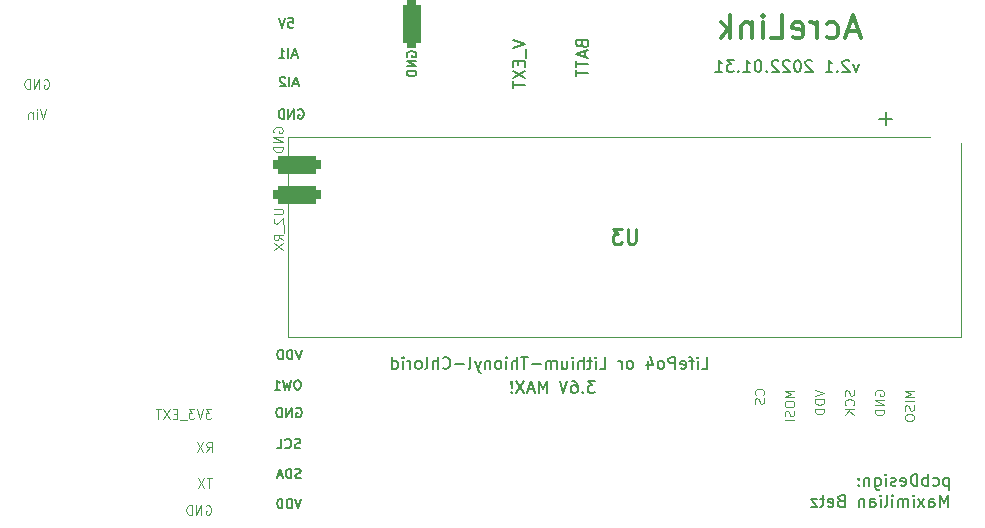
<source format=gbo>
G04 #@! TF.GenerationSoftware,KiCad,Pcbnew,(6.0.0)*
G04 #@! TF.CreationDate,2022-01-31T09:48:03+01:00*
G04 #@! TF.ProjectId,lora,6c6f7261-2e6b-4696-9361-645f70636258,v2.0*
G04 #@! TF.SameCoordinates,Original*
G04 #@! TF.FileFunction,Legend,Bot*
G04 #@! TF.FilePolarity,Positive*
%FSLAX46Y46*%
G04 Gerber Fmt 4.6, Leading zero omitted, Abs format (unit mm)*
G04 Created by KiCad (PCBNEW (6.0.0)) date 2022-01-31 09:48:03*
%MOMM*%
%LPD*%
G01*
G04 APERTURE LIST*
G04 Aperture macros list*
%AMRoundRect*
0 Rectangle with rounded corners*
0 $1 Rounding radius*
0 $2 $3 $4 $5 $6 $7 $8 $9 X,Y pos of 4 corners*
0 Add a 4 corners polygon primitive as box body*
4,1,4,$2,$3,$4,$5,$6,$7,$8,$9,$2,$3,0*
0 Add four circle primitives for the rounded corners*
1,1,$1+$1,$2,$3*
1,1,$1+$1,$4,$5*
1,1,$1+$1,$6,$7*
1,1,$1+$1,$8,$9*
0 Add four rect primitives between the rounded corners*
20,1,$1+$1,$2,$3,$4,$5,0*
20,1,$1+$1,$4,$5,$6,$7,0*
20,1,$1+$1,$6,$7,$8,$9,0*
20,1,$1+$1,$8,$9,$2,$3,0*%
G04 Aperture macros list end*
%ADD10C,0.120000*%
%ADD11C,0.150000*%
%ADD12C,0.300000*%
%ADD13C,0.200000*%
%ADD14C,0.254000*%
%ADD15C,0.100000*%
%ADD16R,1.700000X1.700000*%
%ADD17O,1.700000X1.700000*%
%ADD18R,2.100000X2.100000*%
%ADD19C,2.100000*%
%ADD20RoundRect,0.381000X-1.619000X-0.381000X1.619000X-0.381000X1.619000X0.381000X-1.619000X0.381000X0*%
%ADD21R,4.190000X2.665000*%
%ADD22C,0.650000*%
%ADD23O,2.100000X1.000000*%
%ADD24O,1.600000X1.000000*%
%ADD25RoundRect,0.381000X0.381000X-1.619000X0.381000X1.619000X-0.381000X1.619000X-0.381000X-1.619000X0*%
%ADD26C,0.900000*%
%ADD27C,1.530000*%
%ADD28C,3.960000*%
G04 APERTURE END LIST*
D10*
X211613714Y-125596666D02*
X211651809Y-125558571D01*
X211689904Y-125444285D01*
X211689904Y-125368095D01*
X211651809Y-125253809D01*
X211575619Y-125177619D01*
X211499428Y-125139523D01*
X211347047Y-125101428D01*
X211232761Y-125101428D01*
X211080380Y-125139523D01*
X211004190Y-125177619D01*
X210928000Y-125253809D01*
X210889904Y-125368095D01*
X210889904Y-125444285D01*
X210928000Y-125558571D01*
X210966095Y-125596666D01*
X211651809Y-125901428D02*
X211689904Y-126015714D01*
X211689904Y-126206190D01*
X211651809Y-126282380D01*
X211613714Y-126320476D01*
X211537523Y-126358571D01*
X211461333Y-126358571D01*
X211385142Y-126320476D01*
X211347047Y-126282380D01*
X211308952Y-126206190D01*
X211270857Y-126053809D01*
X211232761Y-125977619D01*
X211194666Y-125939523D01*
X211118476Y-125901428D01*
X211042285Y-125901428D01*
X210966095Y-125939523D01*
X210928000Y-125977619D01*
X210889904Y-126053809D01*
X210889904Y-126244285D01*
X210928000Y-126358571D01*
X214229904Y-125234857D02*
X213429904Y-125234857D01*
X214001333Y-125501523D01*
X213429904Y-125768190D01*
X214229904Y-125768190D01*
X213429904Y-126301523D02*
X213429904Y-126453904D01*
X213468000Y-126530095D01*
X213544190Y-126606285D01*
X213696571Y-126644380D01*
X213963238Y-126644380D01*
X214115619Y-126606285D01*
X214191809Y-126530095D01*
X214229904Y-126453904D01*
X214229904Y-126301523D01*
X214191809Y-126225333D01*
X214115619Y-126149142D01*
X213963238Y-126111047D01*
X213696571Y-126111047D01*
X213544190Y-126149142D01*
X213468000Y-126225333D01*
X213429904Y-126301523D01*
X214191809Y-126949142D02*
X214229904Y-127063428D01*
X214229904Y-127253904D01*
X214191809Y-127330095D01*
X214153714Y-127368190D01*
X214077523Y-127406285D01*
X214001333Y-127406285D01*
X213925142Y-127368190D01*
X213887047Y-127330095D01*
X213848952Y-127253904D01*
X213810857Y-127101523D01*
X213772761Y-127025333D01*
X213734666Y-126987238D01*
X213658476Y-126949142D01*
X213582285Y-126949142D01*
X213506095Y-126987238D01*
X213468000Y-127025333D01*
X213429904Y-127101523D01*
X213429904Y-127292000D01*
X213468000Y-127406285D01*
X214229904Y-127749142D02*
X213429904Y-127749142D01*
X215969904Y-125171333D02*
X216769904Y-125438000D01*
X215969904Y-125704666D01*
X216769904Y-125971333D02*
X215969904Y-125971333D01*
X215969904Y-126161809D01*
X216008000Y-126276095D01*
X216084190Y-126352285D01*
X216160380Y-126390380D01*
X216312761Y-126428476D01*
X216427047Y-126428476D01*
X216579428Y-126390380D01*
X216655619Y-126352285D01*
X216731809Y-126276095D01*
X216769904Y-126161809D01*
X216769904Y-125971333D01*
X216769904Y-126771333D02*
X215969904Y-126771333D01*
X215969904Y-126961809D01*
X216008000Y-127076095D01*
X216084190Y-127152285D01*
X216160380Y-127190380D01*
X216312761Y-127228476D01*
X216427047Y-127228476D01*
X216579428Y-127190380D01*
X216655619Y-127152285D01*
X216731809Y-127076095D01*
X216769904Y-126961809D01*
X216769904Y-126771333D01*
X219271809Y-125209428D02*
X219309904Y-125323714D01*
X219309904Y-125514190D01*
X219271809Y-125590380D01*
X219233714Y-125628476D01*
X219157523Y-125666571D01*
X219081333Y-125666571D01*
X219005142Y-125628476D01*
X218967047Y-125590380D01*
X218928952Y-125514190D01*
X218890857Y-125361809D01*
X218852761Y-125285619D01*
X218814666Y-125247523D01*
X218738476Y-125209428D01*
X218662285Y-125209428D01*
X218586095Y-125247523D01*
X218548000Y-125285619D01*
X218509904Y-125361809D01*
X218509904Y-125552285D01*
X218548000Y-125666571D01*
X219233714Y-126466571D02*
X219271809Y-126428476D01*
X219309904Y-126314190D01*
X219309904Y-126238000D01*
X219271809Y-126123714D01*
X219195619Y-126047523D01*
X219119428Y-126009428D01*
X218967047Y-125971333D01*
X218852761Y-125971333D01*
X218700380Y-126009428D01*
X218624190Y-126047523D01*
X218548000Y-126123714D01*
X218509904Y-126238000D01*
X218509904Y-126314190D01*
X218548000Y-126428476D01*
X218586095Y-126466571D01*
X219309904Y-126809428D02*
X218509904Y-126809428D01*
X219309904Y-127266571D02*
X218852761Y-126923714D01*
X218509904Y-127266571D02*
X218967047Y-126809428D01*
X221088000Y-125628476D02*
X221049904Y-125552285D01*
X221049904Y-125438000D01*
X221088000Y-125323714D01*
X221164190Y-125247523D01*
X221240380Y-125209428D01*
X221392761Y-125171333D01*
X221507047Y-125171333D01*
X221659428Y-125209428D01*
X221735619Y-125247523D01*
X221811809Y-125323714D01*
X221849904Y-125438000D01*
X221849904Y-125514190D01*
X221811809Y-125628476D01*
X221773714Y-125666571D01*
X221507047Y-125666571D01*
X221507047Y-125514190D01*
X221849904Y-126009428D02*
X221049904Y-126009428D01*
X221849904Y-126466571D01*
X221049904Y-126466571D01*
X221849904Y-126847523D02*
X221049904Y-126847523D01*
X221049904Y-127038000D01*
X221088000Y-127152285D01*
X221164190Y-127228476D01*
X221240380Y-127266571D01*
X221392761Y-127304666D01*
X221507047Y-127304666D01*
X221659428Y-127266571D01*
X221735619Y-127228476D01*
X221811809Y-127152285D01*
X221849904Y-127038000D01*
X221849904Y-126847523D01*
X224389904Y-125234857D02*
X223589904Y-125234857D01*
X224161333Y-125501523D01*
X223589904Y-125768190D01*
X224389904Y-125768190D01*
X224389904Y-126149142D02*
X223589904Y-126149142D01*
X224351809Y-126492000D02*
X224389904Y-126606285D01*
X224389904Y-126796761D01*
X224351809Y-126872952D01*
X224313714Y-126911047D01*
X224237523Y-126949142D01*
X224161333Y-126949142D01*
X224085142Y-126911047D01*
X224047047Y-126872952D01*
X224008952Y-126796761D01*
X223970857Y-126644380D01*
X223932761Y-126568190D01*
X223894666Y-126530095D01*
X223818476Y-126492000D01*
X223742285Y-126492000D01*
X223666095Y-126530095D01*
X223628000Y-126568190D01*
X223589904Y-126644380D01*
X223589904Y-126834857D01*
X223628000Y-126949142D01*
X223589904Y-127444380D02*
X223589904Y-127596761D01*
X223628000Y-127672952D01*
X223704190Y-127749142D01*
X223856571Y-127787238D01*
X224123238Y-127787238D01*
X224275619Y-127749142D01*
X224351809Y-127672952D01*
X224389904Y-127596761D01*
X224389904Y-127444380D01*
X224351809Y-127368190D01*
X224275619Y-127292000D01*
X224123238Y-127253904D01*
X223856571Y-127253904D01*
X223704190Y-127292000D01*
X223628000Y-127368190D01*
X223589904Y-127444380D01*
D11*
X197373428Y-124420380D02*
X196754380Y-124420380D01*
X197087714Y-124801333D01*
X196944857Y-124801333D01*
X196849619Y-124848952D01*
X196802000Y-124896571D01*
X196754380Y-124991809D01*
X196754380Y-125229904D01*
X196802000Y-125325142D01*
X196849619Y-125372761D01*
X196944857Y-125420380D01*
X197230571Y-125420380D01*
X197325809Y-125372761D01*
X197373428Y-125325142D01*
X196325809Y-125325142D02*
X196278190Y-125372761D01*
X196325809Y-125420380D01*
X196373428Y-125372761D01*
X196325809Y-125325142D01*
X196325809Y-125420380D01*
X195421047Y-124420380D02*
X195611523Y-124420380D01*
X195706761Y-124468000D01*
X195754380Y-124515619D01*
X195849619Y-124658476D01*
X195897238Y-124848952D01*
X195897238Y-125229904D01*
X195849619Y-125325142D01*
X195802000Y-125372761D01*
X195706761Y-125420380D01*
X195516285Y-125420380D01*
X195421047Y-125372761D01*
X195373428Y-125325142D01*
X195325809Y-125229904D01*
X195325809Y-124991809D01*
X195373428Y-124896571D01*
X195421047Y-124848952D01*
X195516285Y-124801333D01*
X195706761Y-124801333D01*
X195802000Y-124848952D01*
X195849619Y-124896571D01*
X195897238Y-124991809D01*
X195040095Y-124420380D02*
X194706761Y-125420380D01*
X194373428Y-124420380D01*
X193278190Y-125420380D02*
X193278190Y-124420380D01*
X192944857Y-125134666D01*
X192611523Y-124420380D01*
X192611523Y-125420380D01*
X192182952Y-125134666D02*
X191706761Y-125134666D01*
X192278190Y-125420380D02*
X191944857Y-124420380D01*
X191611523Y-125420380D01*
X191373428Y-124420380D02*
X190706761Y-125420380D01*
X190706761Y-124420380D02*
X191373428Y-125420380D01*
X190325809Y-125325142D02*
X190278190Y-125372761D01*
X190325809Y-125420380D01*
X190373428Y-125372761D01*
X190325809Y-125325142D01*
X190325809Y-125420380D01*
X190325809Y-125039428D02*
X190373428Y-124468000D01*
X190325809Y-124420380D01*
X190278190Y-124468000D01*
X190325809Y-125039428D01*
X190325809Y-124420380D01*
X171424580Y-93694304D02*
X171805533Y-93694304D01*
X171843628Y-94075257D01*
X171805533Y-94037161D01*
X171729342Y-93999066D01*
X171538866Y-93999066D01*
X171462676Y-94037161D01*
X171424580Y-94075257D01*
X171386485Y-94151447D01*
X171386485Y-94341923D01*
X171424580Y-94418114D01*
X171462676Y-94456209D01*
X171538866Y-94494304D01*
X171729342Y-94494304D01*
X171805533Y-94456209D01*
X171843628Y-94418114D01*
X171157914Y-93694304D02*
X170891247Y-94494304D01*
X170624580Y-93694304D01*
D10*
X164902857Y-126815904D02*
X164407619Y-126815904D01*
X164674285Y-127120666D01*
X164560000Y-127120666D01*
X164483809Y-127158761D01*
X164445714Y-127196857D01*
X164407619Y-127273047D01*
X164407619Y-127463523D01*
X164445714Y-127539714D01*
X164483809Y-127577809D01*
X164560000Y-127615904D01*
X164788571Y-127615904D01*
X164864761Y-127577809D01*
X164902857Y-127539714D01*
X164179047Y-126815904D02*
X163912380Y-127615904D01*
X163645714Y-126815904D01*
X163455238Y-126815904D02*
X162960000Y-126815904D01*
X163226666Y-127120666D01*
X163112380Y-127120666D01*
X163036190Y-127158761D01*
X162998095Y-127196857D01*
X162960000Y-127273047D01*
X162960000Y-127463523D01*
X162998095Y-127539714D01*
X163036190Y-127577809D01*
X163112380Y-127615904D01*
X163340952Y-127615904D01*
X163417142Y-127577809D01*
X163455238Y-127539714D01*
X162807619Y-127692095D02*
X162198095Y-127692095D01*
X162007619Y-127196857D02*
X161740952Y-127196857D01*
X161626666Y-127615904D02*
X162007619Y-127615904D01*
X162007619Y-126815904D01*
X161626666Y-126815904D01*
X161360000Y-126815904D02*
X160826666Y-127615904D01*
X160826666Y-126815904D02*
X161360000Y-127615904D01*
X160636190Y-126815904D02*
X160179047Y-126815904D01*
X160407619Y-127615904D02*
X160407619Y-126815904D01*
D11*
X172211904Y-99244133D02*
X171830952Y-99244133D01*
X172288095Y-99472704D02*
X172021428Y-98672704D01*
X171754761Y-99472704D01*
X171488095Y-99472704D02*
X171488095Y-98672704D01*
X171145238Y-98748895D02*
X171107142Y-98710800D01*
X171030952Y-98672704D01*
X170840476Y-98672704D01*
X170764285Y-98710800D01*
X170726190Y-98748895D01*
X170688095Y-98825085D01*
X170688095Y-98901276D01*
X170726190Y-99015561D01*
X171183333Y-99472704D01*
X170688095Y-99472704D01*
X190409580Y-95562990D02*
X191409580Y-95896323D01*
X190409580Y-96229657D01*
X191504819Y-96324895D02*
X191504819Y-97086800D01*
X190885771Y-97324895D02*
X190885771Y-97658228D01*
X191409580Y-97801085D02*
X191409580Y-97324895D01*
X190409580Y-97324895D01*
X190409580Y-97801085D01*
X190409580Y-98134419D02*
X191409580Y-98801085D01*
X190409580Y-98801085D02*
X191409580Y-98134419D01*
X190409580Y-99039180D02*
X190409580Y-99610609D01*
X191409580Y-99324895D02*
X190409580Y-99324895D01*
X172135704Y-96831133D02*
X171754752Y-96831133D01*
X172211895Y-97059704D02*
X171945228Y-96259704D01*
X171678561Y-97059704D01*
X171411895Y-97059704D02*
X171411895Y-96259704D01*
X170611895Y-97059704D02*
X171069038Y-97059704D01*
X170840466Y-97059704D02*
X170840466Y-96259704D01*
X170916657Y-96373990D01*
X170992847Y-96450180D01*
X171069038Y-96488276D01*
D10*
X170173704Y-109836161D02*
X170821323Y-109836161D01*
X170897514Y-109874257D01*
X170935609Y-109912352D01*
X170973704Y-109988542D01*
X170973704Y-110140923D01*
X170935609Y-110217114D01*
X170897514Y-110255209D01*
X170821323Y-110293304D01*
X170173704Y-110293304D01*
X170249895Y-110636161D02*
X170211800Y-110674257D01*
X170173704Y-110750447D01*
X170173704Y-110940923D01*
X170211800Y-111017114D01*
X170249895Y-111055209D01*
X170326085Y-111093304D01*
X170402276Y-111093304D01*
X170516561Y-111055209D01*
X170973704Y-110598066D01*
X170973704Y-111093304D01*
X171049895Y-111245685D02*
X171049895Y-111855209D01*
X170973704Y-112502828D02*
X170592752Y-112236161D01*
X170973704Y-112045685D02*
X170173704Y-112045685D01*
X170173704Y-112350447D01*
X170211800Y-112426638D01*
X170249895Y-112464733D01*
X170326085Y-112502828D01*
X170440371Y-112502828D01*
X170516561Y-112464733D01*
X170554657Y-112426638D01*
X170592752Y-112350447D01*
X170592752Y-112045685D01*
X170173704Y-112769495D02*
X170973704Y-113302828D01*
X170173704Y-113302828D02*
X170973704Y-112769495D01*
D11*
X172402380Y-130092409D02*
X172288095Y-130130504D01*
X172097619Y-130130504D01*
X172021428Y-130092409D01*
X171983333Y-130054314D01*
X171945238Y-129978123D01*
X171945238Y-129901933D01*
X171983333Y-129825742D01*
X172021428Y-129787647D01*
X172097619Y-129749552D01*
X172250000Y-129711457D01*
X172326190Y-129673361D01*
X172364285Y-129635266D01*
X172402380Y-129559076D01*
X172402380Y-129482885D01*
X172364285Y-129406695D01*
X172326190Y-129368600D01*
X172250000Y-129330504D01*
X172059523Y-129330504D01*
X171945238Y-129368600D01*
X171145238Y-130054314D02*
X171183333Y-130092409D01*
X171297619Y-130130504D01*
X171373809Y-130130504D01*
X171488095Y-130092409D01*
X171564285Y-130016219D01*
X171602380Y-129940028D01*
X171640476Y-129787647D01*
X171640476Y-129673361D01*
X171602380Y-129520980D01*
X171564285Y-129444790D01*
X171488095Y-129368600D01*
X171373809Y-129330504D01*
X171297619Y-129330504D01*
X171183333Y-129368600D01*
X171145238Y-129406695D01*
X170421428Y-130130504D02*
X170802380Y-130130504D01*
X170802380Y-129330504D01*
D10*
X150723523Y-98914000D02*
X150799714Y-98875904D01*
X150914000Y-98875904D01*
X151028285Y-98914000D01*
X151104476Y-98990190D01*
X151142571Y-99066380D01*
X151180666Y-99218761D01*
X151180666Y-99333047D01*
X151142571Y-99485428D01*
X151104476Y-99561619D01*
X151028285Y-99637809D01*
X150914000Y-99675904D01*
X150837809Y-99675904D01*
X150723523Y-99637809D01*
X150685428Y-99599714D01*
X150685428Y-99333047D01*
X150837809Y-99333047D01*
X150342571Y-99675904D02*
X150342571Y-98875904D01*
X149885428Y-99675904D01*
X149885428Y-98875904D01*
X149504476Y-99675904D02*
X149504476Y-98875904D01*
X149314000Y-98875904D01*
X149199714Y-98914000D01*
X149123523Y-98990190D01*
X149085428Y-99066380D01*
X149047333Y-99218761D01*
X149047333Y-99333047D01*
X149085428Y-99485428D01*
X149123523Y-99561619D01*
X149199714Y-99637809D01*
X149314000Y-99675904D01*
X149504476Y-99675904D01*
D11*
X172542066Y-121786704D02*
X172275400Y-122586704D01*
X172008733Y-121786704D01*
X171742066Y-122586704D02*
X171742066Y-121786704D01*
X171551590Y-121786704D01*
X171437304Y-121824800D01*
X171361114Y-121900990D01*
X171323019Y-121977180D01*
X171284923Y-122129561D01*
X171284923Y-122243847D01*
X171323019Y-122396228D01*
X171361114Y-122472419D01*
X171437304Y-122548609D01*
X171551590Y-122586704D01*
X171742066Y-122586704D01*
X170942066Y-122586704D02*
X170942066Y-121786704D01*
X170751590Y-121786704D01*
X170637304Y-121824800D01*
X170561114Y-121900990D01*
X170523019Y-121977180D01*
X170484923Y-122129561D01*
X170484923Y-122243847D01*
X170523019Y-122396228D01*
X170561114Y-122472419D01*
X170637304Y-122548609D01*
X170751590Y-122586704D01*
X170942066Y-122586704D01*
X227329523Y-132627714D02*
X227329523Y-133627714D01*
X227329523Y-132675333D02*
X227234285Y-132627714D01*
X227043809Y-132627714D01*
X226948571Y-132675333D01*
X226900952Y-132722952D01*
X226853333Y-132818190D01*
X226853333Y-133103904D01*
X226900952Y-133199142D01*
X226948571Y-133246761D01*
X227043809Y-133294380D01*
X227234285Y-133294380D01*
X227329523Y-133246761D01*
X225996190Y-133246761D02*
X226091428Y-133294380D01*
X226281904Y-133294380D01*
X226377142Y-133246761D01*
X226424761Y-133199142D01*
X226472380Y-133103904D01*
X226472380Y-132818190D01*
X226424761Y-132722952D01*
X226377142Y-132675333D01*
X226281904Y-132627714D01*
X226091428Y-132627714D01*
X225996190Y-132675333D01*
X225567619Y-133294380D02*
X225567619Y-132294380D01*
X225567619Y-132675333D02*
X225472380Y-132627714D01*
X225281904Y-132627714D01*
X225186666Y-132675333D01*
X225139047Y-132722952D01*
X225091428Y-132818190D01*
X225091428Y-133103904D01*
X225139047Y-133199142D01*
X225186666Y-133246761D01*
X225281904Y-133294380D01*
X225472380Y-133294380D01*
X225567619Y-133246761D01*
X224662857Y-133294380D02*
X224662857Y-132294380D01*
X224424761Y-132294380D01*
X224281904Y-132342000D01*
X224186666Y-132437238D01*
X224139047Y-132532476D01*
X224091428Y-132722952D01*
X224091428Y-132865809D01*
X224139047Y-133056285D01*
X224186666Y-133151523D01*
X224281904Y-133246761D01*
X224424761Y-133294380D01*
X224662857Y-133294380D01*
X223281904Y-133246761D02*
X223377142Y-133294380D01*
X223567619Y-133294380D01*
X223662857Y-133246761D01*
X223710476Y-133151523D01*
X223710476Y-132770571D01*
X223662857Y-132675333D01*
X223567619Y-132627714D01*
X223377142Y-132627714D01*
X223281904Y-132675333D01*
X223234285Y-132770571D01*
X223234285Y-132865809D01*
X223710476Y-132961047D01*
X222853333Y-133246761D02*
X222758095Y-133294380D01*
X222567619Y-133294380D01*
X222472380Y-133246761D01*
X222424761Y-133151523D01*
X222424761Y-133103904D01*
X222472380Y-133008666D01*
X222567619Y-132961047D01*
X222710476Y-132961047D01*
X222805714Y-132913428D01*
X222853333Y-132818190D01*
X222853333Y-132770571D01*
X222805714Y-132675333D01*
X222710476Y-132627714D01*
X222567619Y-132627714D01*
X222472380Y-132675333D01*
X221996190Y-133294380D02*
X221996190Y-132627714D01*
X221996190Y-132294380D02*
X222043809Y-132342000D01*
X221996190Y-132389619D01*
X221948571Y-132342000D01*
X221996190Y-132294380D01*
X221996190Y-132389619D01*
X221091428Y-132627714D02*
X221091428Y-133437238D01*
X221139047Y-133532476D01*
X221186666Y-133580095D01*
X221281904Y-133627714D01*
X221424761Y-133627714D01*
X221520000Y-133580095D01*
X221091428Y-133246761D02*
X221186666Y-133294380D01*
X221377142Y-133294380D01*
X221472380Y-133246761D01*
X221520000Y-133199142D01*
X221567619Y-133103904D01*
X221567619Y-132818190D01*
X221520000Y-132722952D01*
X221472380Y-132675333D01*
X221377142Y-132627714D01*
X221186666Y-132627714D01*
X221091428Y-132675333D01*
X220615238Y-132627714D02*
X220615238Y-133294380D01*
X220615238Y-132722952D02*
X220567619Y-132675333D01*
X220472380Y-132627714D01*
X220329523Y-132627714D01*
X220234285Y-132675333D01*
X220186666Y-132770571D01*
X220186666Y-133294380D01*
X219710476Y-133199142D02*
X219662857Y-133246761D01*
X219710476Y-133294380D01*
X219758095Y-133246761D01*
X219710476Y-133199142D01*
X219710476Y-133294380D01*
X219710476Y-132675333D02*
X219662857Y-132722952D01*
X219710476Y-132770571D01*
X219758095Y-132722952D01*
X219710476Y-132675333D01*
X219710476Y-132770571D01*
D10*
X170186400Y-103378076D02*
X170148304Y-103301885D01*
X170148304Y-103187600D01*
X170186400Y-103073314D01*
X170262590Y-102997123D01*
X170338780Y-102959028D01*
X170491161Y-102920933D01*
X170605447Y-102920933D01*
X170757828Y-102959028D01*
X170834019Y-102997123D01*
X170910209Y-103073314D01*
X170948304Y-103187600D01*
X170948304Y-103263790D01*
X170910209Y-103378076D01*
X170872114Y-103416171D01*
X170605447Y-103416171D01*
X170605447Y-103263790D01*
X170948304Y-103759028D02*
X170148304Y-103759028D01*
X170948304Y-104216171D01*
X170148304Y-104216171D01*
X170948304Y-104597123D02*
X170148304Y-104597123D01*
X170148304Y-104787600D01*
X170186400Y-104901885D01*
X170262590Y-104978076D01*
X170338780Y-105016171D01*
X170491161Y-105054266D01*
X170605447Y-105054266D01*
X170757828Y-105016171D01*
X170834019Y-104978076D01*
X170910209Y-104901885D01*
X170948304Y-104787600D01*
X170948304Y-104597123D01*
D11*
X172446828Y-132607009D02*
X172332542Y-132645104D01*
X172142066Y-132645104D01*
X172065876Y-132607009D01*
X172027780Y-132568914D01*
X171989685Y-132492723D01*
X171989685Y-132416533D01*
X172027780Y-132340342D01*
X172065876Y-132302247D01*
X172142066Y-132264152D01*
X172294447Y-132226057D01*
X172370638Y-132187961D01*
X172408733Y-132149866D01*
X172446828Y-132073676D01*
X172446828Y-131997485D01*
X172408733Y-131921295D01*
X172370638Y-131883200D01*
X172294447Y-131845104D01*
X172103971Y-131845104D01*
X171989685Y-131883200D01*
X171646828Y-132645104D02*
X171646828Y-131845104D01*
X171456352Y-131845104D01*
X171342066Y-131883200D01*
X171265876Y-131959390D01*
X171227780Y-132035580D01*
X171189685Y-132187961D01*
X171189685Y-132302247D01*
X171227780Y-132454628D01*
X171265876Y-132530819D01*
X171342066Y-132607009D01*
X171456352Y-132645104D01*
X171646828Y-132645104D01*
X170884923Y-132416533D02*
X170503971Y-132416533D01*
X170961114Y-132645104D02*
X170694447Y-131845104D01*
X170427780Y-132645104D01*
D10*
X164947523Y-132657904D02*
X164490380Y-132657904D01*
X164718952Y-133457904D02*
X164718952Y-132657904D01*
X164299904Y-132657904D02*
X163766571Y-133457904D01*
X163766571Y-132657904D02*
X164299904Y-133457904D01*
D11*
X172084923Y-126727000D02*
X172161114Y-126688904D01*
X172275400Y-126688904D01*
X172389685Y-126727000D01*
X172465876Y-126803190D01*
X172503971Y-126879380D01*
X172542066Y-127031761D01*
X172542066Y-127146047D01*
X172503971Y-127298428D01*
X172465876Y-127374619D01*
X172389685Y-127450809D01*
X172275400Y-127488904D01*
X172199209Y-127488904D01*
X172084923Y-127450809D01*
X172046828Y-127412714D01*
X172046828Y-127146047D01*
X172199209Y-127146047D01*
X171703971Y-127488904D02*
X171703971Y-126688904D01*
X171246828Y-127488904D01*
X171246828Y-126688904D01*
X170865876Y-127488904D02*
X170865876Y-126688904D01*
X170675400Y-126688904D01*
X170561114Y-126727000D01*
X170484923Y-126803190D01*
X170446828Y-126879380D01*
X170408733Y-127031761D01*
X170408733Y-127146047D01*
X170446828Y-127298428D01*
X170484923Y-127374619D01*
X170561114Y-127450809D01*
X170675400Y-127488904D01*
X170865876Y-127488904D01*
X172516666Y-134410504D02*
X172250000Y-135210504D01*
X171983333Y-134410504D01*
X171716666Y-135210504D02*
X171716666Y-134410504D01*
X171526190Y-134410504D01*
X171411904Y-134448600D01*
X171335714Y-134524790D01*
X171297619Y-134600980D01*
X171259523Y-134753361D01*
X171259523Y-134867647D01*
X171297619Y-135020028D01*
X171335714Y-135096219D01*
X171411904Y-135172409D01*
X171526190Y-135210504D01*
X171716666Y-135210504D01*
X170916666Y-135210504D02*
X170916666Y-134410504D01*
X170726190Y-134410504D01*
X170611904Y-134448600D01*
X170535714Y-134524790D01*
X170497619Y-134600980D01*
X170459523Y-134753361D01*
X170459523Y-134867647D01*
X170497619Y-135020028D01*
X170535714Y-135096219D01*
X170611904Y-135172409D01*
X170726190Y-135210504D01*
X170916666Y-135210504D01*
D10*
X150933047Y-101415904D02*
X150666380Y-102215904D01*
X150399714Y-101415904D01*
X150133047Y-102215904D02*
X150133047Y-101682571D01*
X150133047Y-101415904D02*
X150171142Y-101454000D01*
X150133047Y-101492095D01*
X150094952Y-101454000D01*
X150133047Y-101415904D01*
X150133047Y-101492095D01*
X149752095Y-101682571D02*
X149752095Y-102215904D01*
X149752095Y-101758761D02*
X149714000Y-101720666D01*
X149637809Y-101682571D01*
X149523523Y-101682571D01*
X149447333Y-101720666D01*
X149409238Y-101796857D01*
X149409238Y-102215904D01*
D12*
X219677523Y-94821333D02*
X218725142Y-94821333D01*
X219868000Y-95392761D02*
X219201333Y-93392761D01*
X218534666Y-95392761D01*
X217010857Y-95297523D02*
X217201333Y-95392761D01*
X217582285Y-95392761D01*
X217772761Y-95297523D01*
X217868000Y-95202285D01*
X217963238Y-95011809D01*
X217963238Y-94440380D01*
X217868000Y-94249904D01*
X217772761Y-94154666D01*
X217582285Y-94059428D01*
X217201333Y-94059428D01*
X217010857Y-94154666D01*
X216153714Y-95392761D02*
X216153714Y-94059428D01*
X216153714Y-94440380D02*
X216058476Y-94249904D01*
X215963238Y-94154666D01*
X215772761Y-94059428D01*
X215582285Y-94059428D01*
X214153714Y-95297523D02*
X214344190Y-95392761D01*
X214725142Y-95392761D01*
X214915619Y-95297523D01*
X215010857Y-95107047D01*
X215010857Y-94345142D01*
X214915619Y-94154666D01*
X214725142Y-94059428D01*
X214344190Y-94059428D01*
X214153714Y-94154666D01*
X214058476Y-94345142D01*
X214058476Y-94535619D01*
X215010857Y-94726095D01*
X212248952Y-95392761D02*
X213201333Y-95392761D01*
X213201333Y-93392761D01*
X211582285Y-95392761D02*
X211582285Y-94059428D01*
X211582285Y-93392761D02*
X211677523Y-93488000D01*
X211582285Y-93583238D01*
X211487047Y-93488000D01*
X211582285Y-93392761D01*
X211582285Y-93583238D01*
X210629904Y-94059428D02*
X210629904Y-95392761D01*
X210629904Y-94249904D02*
X210534666Y-94154666D01*
X210344190Y-94059428D01*
X210058476Y-94059428D01*
X209868000Y-94154666D01*
X209772761Y-94345142D01*
X209772761Y-95392761D01*
X208820380Y-95392761D02*
X208820380Y-93392761D01*
X208629904Y-94630857D02*
X208058476Y-95392761D01*
X208058476Y-94059428D02*
X208820380Y-94821333D01*
D11*
X172262685Y-124352104D02*
X172110304Y-124352104D01*
X172034114Y-124390200D01*
X171957923Y-124466390D01*
X171919828Y-124618771D01*
X171919828Y-124885438D01*
X171957923Y-125037819D01*
X172034114Y-125114009D01*
X172110304Y-125152104D01*
X172262685Y-125152104D01*
X172338876Y-125114009D01*
X172415066Y-125037819D01*
X172453161Y-124885438D01*
X172453161Y-124618771D01*
X172415066Y-124466390D01*
X172338876Y-124390200D01*
X172262685Y-124352104D01*
X171653161Y-124352104D02*
X171462685Y-125152104D01*
X171310304Y-124580676D01*
X171157923Y-125152104D01*
X170967447Y-124352104D01*
X170243638Y-125152104D02*
X170700780Y-125152104D01*
X170472209Y-125152104D02*
X170472209Y-124352104D01*
X170548400Y-124466390D01*
X170624590Y-124542580D01*
X170700780Y-124580676D01*
X196270571Y-95908952D02*
X196318190Y-96051809D01*
X196365809Y-96099428D01*
X196461047Y-96147047D01*
X196603904Y-96147047D01*
X196699142Y-96099428D01*
X196746761Y-96051809D01*
X196794380Y-95956571D01*
X196794380Y-95575619D01*
X195794380Y-95575619D01*
X195794380Y-95908952D01*
X195842000Y-96004190D01*
X195889619Y-96051809D01*
X195984857Y-96099428D01*
X196080095Y-96099428D01*
X196175333Y-96051809D01*
X196222952Y-96004190D01*
X196270571Y-95908952D01*
X196270571Y-95575619D01*
X196508666Y-96528000D02*
X196508666Y-97004190D01*
X196794380Y-96432761D02*
X195794380Y-96766095D01*
X196794380Y-97099428D01*
X195794380Y-97289904D02*
X195794380Y-97861333D01*
X196794380Y-97575619D02*
X195794380Y-97575619D01*
X195794380Y-98051809D02*
X195794380Y-98623238D01*
X196794380Y-98337523D02*
X195794380Y-98337523D01*
D13*
X222529333Y-102208000D02*
X221462666Y-102208000D01*
X221996000Y-102741333D02*
X221996000Y-101674666D01*
X227226095Y-135072380D02*
X227226095Y-134072380D01*
X226892761Y-134786666D01*
X226559428Y-134072380D01*
X226559428Y-135072380D01*
X225654666Y-135072380D02*
X225654666Y-134548571D01*
X225702285Y-134453333D01*
X225797523Y-134405714D01*
X225988000Y-134405714D01*
X226083238Y-134453333D01*
X225654666Y-135024761D02*
X225749904Y-135072380D01*
X225988000Y-135072380D01*
X226083238Y-135024761D01*
X226130857Y-134929523D01*
X226130857Y-134834285D01*
X226083238Y-134739047D01*
X225988000Y-134691428D01*
X225749904Y-134691428D01*
X225654666Y-134643809D01*
X225273714Y-135072380D02*
X224749904Y-134405714D01*
X225273714Y-134405714D02*
X224749904Y-135072380D01*
X224368952Y-135072380D02*
X224368952Y-134405714D01*
X224368952Y-134072380D02*
X224416571Y-134120000D01*
X224368952Y-134167619D01*
X224321333Y-134120000D01*
X224368952Y-134072380D01*
X224368952Y-134167619D01*
X223892761Y-135072380D02*
X223892761Y-134405714D01*
X223892761Y-134500952D02*
X223845142Y-134453333D01*
X223749904Y-134405714D01*
X223607047Y-134405714D01*
X223511809Y-134453333D01*
X223464190Y-134548571D01*
X223464190Y-135072380D01*
X223464190Y-134548571D02*
X223416571Y-134453333D01*
X223321333Y-134405714D01*
X223178476Y-134405714D01*
X223083238Y-134453333D01*
X223035619Y-134548571D01*
X223035619Y-135072380D01*
X222559428Y-135072380D02*
X222559428Y-134405714D01*
X222559428Y-134072380D02*
X222607047Y-134120000D01*
X222559428Y-134167619D01*
X222511809Y-134120000D01*
X222559428Y-134072380D01*
X222559428Y-134167619D01*
X221940380Y-135072380D02*
X222035619Y-135024761D01*
X222083238Y-134929523D01*
X222083238Y-134072380D01*
X221559428Y-135072380D02*
X221559428Y-134405714D01*
X221559428Y-134072380D02*
X221607047Y-134120000D01*
X221559428Y-134167619D01*
X221511809Y-134120000D01*
X221559428Y-134072380D01*
X221559428Y-134167619D01*
X220654666Y-135072380D02*
X220654666Y-134548571D01*
X220702285Y-134453333D01*
X220797523Y-134405714D01*
X220988000Y-134405714D01*
X221083238Y-134453333D01*
X220654666Y-135024761D02*
X220749904Y-135072380D01*
X220988000Y-135072380D01*
X221083238Y-135024761D01*
X221130857Y-134929523D01*
X221130857Y-134834285D01*
X221083238Y-134739047D01*
X220988000Y-134691428D01*
X220749904Y-134691428D01*
X220654666Y-134643809D01*
X220178476Y-134405714D02*
X220178476Y-135072380D01*
X220178476Y-134500952D02*
X220130857Y-134453333D01*
X220035619Y-134405714D01*
X219892761Y-134405714D01*
X219797523Y-134453333D01*
X219749904Y-134548571D01*
X219749904Y-135072380D01*
X218178476Y-134548571D02*
X218035619Y-134596190D01*
X217988000Y-134643809D01*
X217940380Y-134739047D01*
X217940380Y-134881904D01*
X217988000Y-134977142D01*
X218035619Y-135024761D01*
X218130857Y-135072380D01*
X218511809Y-135072380D01*
X218511809Y-134072380D01*
X218178476Y-134072380D01*
X218083238Y-134120000D01*
X218035619Y-134167619D01*
X217988000Y-134262857D01*
X217988000Y-134358095D01*
X218035619Y-134453333D01*
X218083238Y-134500952D01*
X218178476Y-134548571D01*
X218511809Y-134548571D01*
X217130857Y-135024761D02*
X217226095Y-135072380D01*
X217416571Y-135072380D01*
X217511809Y-135024761D01*
X217559428Y-134929523D01*
X217559428Y-134548571D01*
X217511809Y-134453333D01*
X217416571Y-134405714D01*
X217226095Y-134405714D01*
X217130857Y-134453333D01*
X217083238Y-134548571D01*
X217083238Y-134643809D01*
X217559428Y-134739047D01*
X216797523Y-134405714D02*
X216416571Y-134405714D01*
X216654666Y-134072380D02*
X216654666Y-134929523D01*
X216607047Y-135024761D01*
X216511809Y-135072380D01*
X216416571Y-135072380D01*
X216178476Y-134405714D02*
X215654666Y-134405714D01*
X216178476Y-135072380D01*
X215654666Y-135072380D01*
D11*
X181464000Y-96951876D02*
X181425904Y-96875685D01*
X181425904Y-96761400D01*
X181464000Y-96647114D01*
X181540190Y-96570923D01*
X181616380Y-96532828D01*
X181768761Y-96494733D01*
X181883047Y-96494733D01*
X182035428Y-96532828D01*
X182111619Y-96570923D01*
X182187809Y-96647114D01*
X182225904Y-96761400D01*
X182225904Y-96837590D01*
X182187809Y-96951876D01*
X182149714Y-96989971D01*
X181883047Y-96989971D01*
X181883047Y-96837590D01*
X182225904Y-97332828D02*
X181425904Y-97332828D01*
X182225904Y-97789971D01*
X181425904Y-97789971D01*
X182225904Y-98170923D02*
X181425904Y-98170923D01*
X181425904Y-98361400D01*
X181464000Y-98475685D01*
X181540190Y-98551876D01*
X181616380Y-98589971D01*
X181768761Y-98628066D01*
X181883047Y-98628066D01*
X182035428Y-98589971D01*
X182111619Y-98551876D01*
X182187809Y-98475685D01*
X182225904Y-98361400D01*
X182225904Y-98170923D01*
X206405142Y-123388380D02*
X206881333Y-123388380D01*
X206881333Y-122388380D01*
X206071809Y-123388380D02*
X206071809Y-122721714D01*
X206071809Y-122388380D02*
X206119428Y-122436000D01*
X206071809Y-122483619D01*
X206024190Y-122436000D01*
X206071809Y-122388380D01*
X206071809Y-122483619D01*
X205738476Y-122721714D02*
X205357523Y-122721714D01*
X205595619Y-123388380D02*
X205595619Y-122531238D01*
X205548000Y-122436000D01*
X205452761Y-122388380D01*
X205357523Y-122388380D01*
X204643238Y-123340761D02*
X204738476Y-123388380D01*
X204928952Y-123388380D01*
X205024190Y-123340761D01*
X205071809Y-123245523D01*
X205071809Y-122864571D01*
X205024190Y-122769333D01*
X204928952Y-122721714D01*
X204738476Y-122721714D01*
X204643238Y-122769333D01*
X204595619Y-122864571D01*
X204595619Y-122959809D01*
X205071809Y-123055047D01*
X204167047Y-123388380D02*
X204167047Y-122388380D01*
X203786095Y-122388380D01*
X203690857Y-122436000D01*
X203643238Y-122483619D01*
X203595619Y-122578857D01*
X203595619Y-122721714D01*
X203643238Y-122816952D01*
X203690857Y-122864571D01*
X203786095Y-122912190D01*
X204167047Y-122912190D01*
X203024190Y-123388380D02*
X203119428Y-123340761D01*
X203167047Y-123293142D01*
X203214666Y-123197904D01*
X203214666Y-122912190D01*
X203167047Y-122816952D01*
X203119428Y-122769333D01*
X203024190Y-122721714D01*
X202881333Y-122721714D01*
X202786095Y-122769333D01*
X202738476Y-122816952D01*
X202690857Y-122912190D01*
X202690857Y-123197904D01*
X202738476Y-123293142D01*
X202786095Y-123340761D01*
X202881333Y-123388380D01*
X203024190Y-123388380D01*
X201833714Y-122721714D02*
X201833714Y-123388380D01*
X202071809Y-122340761D02*
X202309904Y-123055047D01*
X201690857Y-123055047D01*
X200405142Y-123388380D02*
X200500380Y-123340761D01*
X200548000Y-123293142D01*
X200595619Y-123197904D01*
X200595619Y-122912190D01*
X200548000Y-122816952D01*
X200500380Y-122769333D01*
X200405142Y-122721714D01*
X200262285Y-122721714D01*
X200167047Y-122769333D01*
X200119428Y-122816952D01*
X200071809Y-122912190D01*
X200071809Y-123197904D01*
X200119428Y-123293142D01*
X200167047Y-123340761D01*
X200262285Y-123388380D01*
X200405142Y-123388380D01*
X199643238Y-123388380D02*
X199643238Y-122721714D01*
X199643238Y-122912190D02*
X199595619Y-122816952D01*
X199548000Y-122769333D01*
X199452761Y-122721714D01*
X199357523Y-122721714D01*
X197786095Y-123388380D02*
X198262285Y-123388380D01*
X198262285Y-122388380D01*
X197452761Y-123388380D02*
X197452761Y-122721714D01*
X197452761Y-122388380D02*
X197500380Y-122436000D01*
X197452761Y-122483619D01*
X197405142Y-122436000D01*
X197452761Y-122388380D01*
X197452761Y-122483619D01*
X197119428Y-122721714D02*
X196738476Y-122721714D01*
X196976571Y-122388380D02*
X196976571Y-123245523D01*
X196928952Y-123340761D01*
X196833714Y-123388380D01*
X196738476Y-123388380D01*
X196405142Y-123388380D02*
X196405142Y-122388380D01*
X195976571Y-123388380D02*
X195976571Y-122864571D01*
X196024190Y-122769333D01*
X196119428Y-122721714D01*
X196262285Y-122721714D01*
X196357523Y-122769333D01*
X196405142Y-122816952D01*
X195500380Y-123388380D02*
X195500380Y-122721714D01*
X195500380Y-122388380D02*
X195548000Y-122436000D01*
X195500380Y-122483619D01*
X195452761Y-122436000D01*
X195500380Y-122388380D01*
X195500380Y-122483619D01*
X194595619Y-122721714D02*
X194595619Y-123388380D01*
X195024190Y-122721714D02*
X195024190Y-123245523D01*
X194976571Y-123340761D01*
X194881333Y-123388380D01*
X194738476Y-123388380D01*
X194643238Y-123340761D01*
X194595619Y-123293142D01*
X194119428Y-123388380D02*
X194119428Y-122721714D01*
X194119428Y-122816952D02*
X194071809Y-122769333D01*
X193976571Y-122721714D01*
X193833714Y-122721714D01*
X193738476Y-122769333D01*
X193690857Y-122864571D01*
X193690857Y-123388380D01*
X193690857Y-122864571D02*
X193643238Y-122769333D01*
X193548000Y-122721714D01*
X193405142Y-122721714D01*
X193309904Y-122769333D01*
X193262285Y-122864571D01*
X193262285Y-123388380D01*
X192786095Y-123007428D02*
X192024190Y-123007428D01*
X191690857Y-122388380D02*
X191119428Y-122388380D01*
X191405142Y-123388380D02*
X191405142Y-122388380D01*
X190786095Y-123388380D02*
X190786095Y-122388380D01*
X190357523Y-123388380D02*
X190357523Y-122864571D01*
X190405142Y-122769333D01*
X190500380Y-122721714D01*
X190643238Y-122721714D01*
X190738476Y-122769333D01*
X190786095Y-122816952D01*
X189881333Y-123388380D02*
X189881333Y-122721714D01*
X189881333Y-122388380D02*
X189928952Y-122436000D01*
X189881333Y-122483619D01*
X189833714Y-122436000D01*
X189881333Y-122388380D01*
X189881333Y-122483619D01*
X189262285Y-123388380D02*
X189357523Y-123340761D01*
X189405142Y-123293142D01*
X189452761Y-123197904D01*
X189452761Y-122912190D01*
X189405142Y-122816952D01*
X189357523Y-122769333D01*
X189262285Y-122721714D01*
X189119428Y-122721714D01*
X189024190Y-122769333D01*
X188976571Y-122816952D01*
X188928952Y-122912190D01*
X188928952Y-123197904D01*
X188976571Y-123293142D01*
X189024190Y-123340761D01*
X189119428Y-123388380D01*
X189262285Y-123388380D01*
X188500380Y-122721714D02*
X188500380Y-123388380D01*
X188500380Y-122816952D02*
X188452761Y-122769333D01*
X188357523Y-122721714D01*
X188214666Y-122721714D01*
X188119428Y-122769333D01*
X188071809Y-122864571D01*
X188071809Y-123388380D01*
X187690857Y-122721714D02*
X187452761Y-123388380D01*
X187214666Y-122721714D02*
X187452761Y-123388380D01*
X187548000Y-123626476D01*
X187595619Y-123674095D01*
X187690857Y-123721714D01*
X186690857Y-123388380D02*
X186786095Y-123340761D01*
X186833714Y-123245523D01*
X186833714Y-122388380D01*
X186309904Y-123007428D02*
X185548000Y-123007428D01*
X184500380Y-123293142D02*
X184548000Y-123340761D01*
X184690857Y-123388380D01*
X184786095Y-123388380D01*
X184928952Y-123340761D01*
X185024190Y-123245523D01*
X185071809Y-123150285D01*
X185119428Y-122959809D01*
X185119428Y-122816952D01*
X185071809Y-122626476D01*
X185024190Y-122531238D01*
X184928952Y-122436000D01*
X184786095Y-122388380D01*
X184690857Y-122388380D01*
X184548000Y-122436000D01*
X184500380Y-122483619D01*
X184071809Y-123388380D02*
X184071809Y-122388380D01*
X183643238Y-123388380D02*
X183643238Y-122864571D01*
X183690857Y-122769333D01*
X183786095Y-122721714D01*
X183928952Y-122721714D01*
X184024190Y-122769333D01*
X184071809Y-122816952D01*
X183024190Y-123388380D02*
X183119428Y-123340761D01*
X183167047Y-123245523D01*
X183167047Y-122388380D01*
X182500380Y-123388380D02*
X182595619Y-123340761D01*
X182643238Y-123293142D01*
X182690857Y-123197904D01*
X182690857Y-122912190D01*
X182643238Y-122816952D01*
X182595619Y-122769333D01*
X182500380Y-122721714D01*
X182357523Y-122721714D01*
X182262285Y-122769333D01*
X182214666Y-122816952D01*
X182167047Y-122912190D01*
X182167047Y-123197904D01*
X182214666Y-123293142D01*
X182262285Y-123340761D01*
X182357523Y-123388380D01*
X182500380Y-123388380D01*
X181738476Y-123388380D02*
X181738476Y-122721714D01*
X181738476Y-122912190D02*
X181690857Y-122816952D01*
X181643238Y-122769333D01*
X181548000Y-122721714D01*
X181452761Y-122721714D01*
X181119428Y-123388380D02*
X181119428Y-122721714D01*
X181119428Y-122388380D02*
X181167047Y-122436000D01*
X181119428Y-122483619D01*
X181071809Y-122436000D01*
X181119428Y-122388380D01*
X181119428Y-122483619D01*
X180214666Y-123388380D02*
X180214666Y-122388380D01*
X180214666Y-123340761D02*
X180309904Y-123388380D01*
X180500380Y-123388380D01*
X180595619Y-123340761D01*
X180643238Y-123293142D01*
X180690857Y-123197904D01*
X180690857Y-122912190D01*
X180643238Y-122816952D01*
X180595619Y-122769333D01*
X180500380Y-122721714D01*
X180309904Y-122721714D01*
X180214666Y-122769333D01*
D10*
X164439523Y-134982000D02*
X164515714Y-134943904D01*
X164630000Y-134943904D01*
X164744285Y-134982000D01*
X164820476Y-135058190D01*
X164858571Y-135134380D01*
X164896666Y-135286761D01*
X164896666Y-135401047D01*
X164858571Y-135553428D01*
X164820476Y-135629619D01*
X164744285Y-135705809D01*
X164630000Y-135743904D01*
X164553809Y-135743904D01*
X164439523Y-135705809D01*
X164401428Y-135667714D01*
X164401428Y-135401047D01*
X164553809Y-135401047D01*
X164058571Y-135743904D02*
X164058571Y-134943904D01*
X163601428Y-135743904D01*
X163601428Y-134943904D01*
X163220476Y-135743904D02*
X163220476Y-134943904D01*
X163030000Y-134943904D01*
X162915714Y-134982000D01*
X162839523Y-135058190D01*
X162801428Y-135134380D01*
X162763333Y-135286761D01*
X162763333Y-135401047D01*
X162801428Y-135553428D01*
X162839523Y-135629619D01*
X162915714Y-135705809D01*
X163030000Y-135743904D01*
X163220476Y-135743904D01*
X164471333Y-130409904D02*
X164738000Y-130028952D01*
X164928476Y-130409904D02*
X164928476Y-129609904D01*
X164623714Y-129609904D01*
X164547523Y-129648000D01*
X164509428Y-129686095D01*
X164471333Y-129762285D01*
X164471333Y-129876571D01*
X164509428Y-129952761D01*
X164547523Y-129990857D01*
X164623714Y-130028952D01*
X164928476Y-130028952D01*
X164204666Y-129609904D02*
X163671333Y-130409904D01*
X163671333Y-129609904D02*
X164204666Y-130409904D01*
D11*
X219709238Y-97575714D02*
X219471142Y-98242380D01*
X219233047Y-97575714D01*
X218899714Y-97337619D02*
X218852095Y-97290000D01*
X218756857Y-97242380D01*
X218518761Y-97242380D01*
X218423523Y-97290000D01*
X218375904Y-97337619D01*
X218328285Y-97432857D01*
X218328285Y-97528095D01*
X218375904Y-97670952D01*
X218947333Y-98242380D01*
X218328285Y-98242380D01*
X217899714Y-98147142D02*
X217852095Y-98194761D01*
X217899714Y-98242380D01*
X217947333Y-98194761D01*
X217899714Y-98147142D01*
X217899714Y-98242380D01*
X216899714Y-98242380D02*
X217471142Y-98242380D01*
X217185428Y-98242380D02*
X217185428Y-97242380D01*
X217280666Y-97385238D01*
X217375904Y-97480476D01*
X217471142Y-97528095D01*
X215756857Y-97337619D02*
X215709238Y-97290000D01*
X215614000Y-97242380D01*
X215375904Y-97242380D01*
X215280666Y-97290000D01*
X215233047Y-97337619D01*
X215185428Y-97432857D01*
X215185428Y-97528095D01*
X215233047Y-97670952D01*
X215804476Y-98242380D01*
X215185428Y-98242380D01*
X214566380Y-97242380D02*
X214471142Y-97242380D01*
X214375904Y-97290000D01*
X214328285Y-97337619D01*
X214280666Y-97432857D01*
X214233047Y-97623333D01*
X214233047Y-97861428D01*
X214280666Y-98051904D01*
X214328285Y-98147142D01*
X214375904Y-98194761D01*
X214471142Y-98242380D01*
X214566380Y-98242380D01*
X214661619Y-98194761D01*
X214709238Y-98147142D01*
X214756857Y-98051904D01*
X214804476Y-97861428D01*
X214804476Y-97623333D01*
X214756857Y-97432857D01*
X214709238Y-97337619D01*
X214661619Y-97290000D01*
X214566380Y-97242380D01*
X213852095Y-97337619D02*
X213804476Y-97290000D01*
X213709238Y-97242380D01*
X213471142Y-97242380D01*
X213375904Y-97290000D01*
X213328285Y-97337619D01*
X213280666Y-97432857D01*
X213280666Y-97528095D01*
X213328285Y-97670952D01*
X213899714Y-98242380D01*
X213280666Y-98242380D01*
X212899714Y-97337619D02*
X212852095Y-97290000D01*
X212756857Y-97242380D01*
X212518761Y-97242380D01*
X212423523Y-97290000D01*
X212375904Y-97337619D01*
X212328285Y-97432857D01*
X212328285Y-97528095D01*
X212375904Y-97670952D01*
X212947333Y-98242380D01*
X212328285Y-98242380D01*
X211899714Y-98147142D02*
X211852095Y-98194761D01*
X211899714Y-98242380D01*
X211947333Y-98194761D01*
X211899714Y-98147142D01*
X211899714Y-98242380D01*
X211233047Y-97242380D02*
X211137809Y-97242380D01*
X211042571Y-97290000D01*
X210994952Y-97337619D01*
X210947333Y-97432857D01*
X210899714Y-97623333D01*
X210899714Y-97861428D01*
X210947333Y-98051904D01*
X210994952Y-98147142D01*
X211042571Y-98194761D01*
X211137809Y-98242380D01*
X211233047Y-98242380D01*
X211328285Y-98194761D01*
X211375904Y-98147142D01*
X211423523Y-98051904D01*
X211471142Y-97861428D01*
X211471142Y-97623333D01*
X211423523Y-97432857D01*
X211375904Y-97337619D01*
X211328285Y-97290000D01*
X211233047Y-97242380D01*
X209947333Y-98242380D02*
X210518761Y-98242380D01*
X210233047Y-98242380D02*
X210233047Y-97242380D01*
X210328285Y-97385238D01*
X210423523Y-97480476D01*
X210518761Y-97528095D01*
X209518761Y-98147142D02*
X209471142Y-98194761D01*
X209518761Y-98242380D01*
X209566380Y-98194761D01*
X209518761Y-98147142D01*
X209518761Y-98242380D01*
X209137809Y-97242380D02*
X208518761Y-97242380D01*
X208852095Y-97623333D01*
X208709238Y-97623333D01*
X208614000Y-97670952D01*
X208566380Y-97718571D01*
X208518761Y-97813809D01*
X208518761Y-98051904D01*
X208566380Y-98147142D01*
X208614000Y-98194761D01*
X208709238Y-98242380D01*
X208994952Y-98242380D01*
X209090190Y-98194761D01*
X209137809Y-98147142D01*
X207566380Y-98242380D02*
X208137809Y-98242380D01*
X207852095Y-98242380D02*
X207852095Y-97242380D01*
X207947333Y-97385238D01*
X208042571Y-97480476D01*
X208137809Y-97528095D01*
X172262723Y-101454000D02*
X172338914Y-101415904D01*
X172453200Y-101415904D01*
X172567485Y-101454000D01*
X172643676Y-101530190D01*
X172681771Y-101606380D01*
X172719866Y-101758761D01*
X172719866Y-101873047D01*
X172681771Y-102025428D01*
X172643676Y-102101619D01*
X172567485Y-102177809D01*
X172453200Y-102215904D01*
X172377009Y-102215904D01*
X172262723Y-102177809D01*
X172224628Y-102139714D01*
X172224628Y-101873047D01*
X172377009Y-101873047D01*
X171881771Y-102215904D02*
X171881771Y-101415904D01*
X171424628Y-102215904D01*
X171424628Y-101415904D01*
X171043676Y-102215904D02*
X171043676Y-101415904D01*
X170853200Y-101415904D01*
X170738914Y-101454000D01*
X170662723Y-101530190D01*
X170624628Y-101606380D01*
X170586533Y-101758761D01*
X170586533Y-101873047D01*
X170624628Y-102025428D01*
X170662723Y-102101619D01*
X170738914Y-102177809D01*
X170853200Y-102215904D01*
X171043676Y-102215904D01*
D14*
X200865619Y-111521723D02*
X200865619Y-112549819D01*
X200805142Y-112670771D01*
X200744666Y-112731247D01*
X200623714Y-112791723D01*
X200381809Y-112791723D01*
X200260857Y-112731247D01*
X200200380Y-112670771D01*
X200139904Y-112549819D01*
X200139904Y-111521723D01*
X199656095Y-111521723D02*
X198869904Y-111521723D01*
X199293238Y-112005533D01*
X199111809Y-112005533D01*
X198990857Y-112066009D01*
X198930380Y-112126485D01*
X198869904Y-112247438D01*
X198869904Y-112549819D01*
X198930380Y-112670771D01*
X198990857Y-112731247D01*
X199111809Y-112791723D01*
X199474666Y-112791723D01*
X199595619Y-112731247D01*
X199656095Y-112670771D01*
D15*
X228398000Y-103772200D02*
X171398000Y-103772200D01*
X171398000Y-103772200D02*
X171398000Y-120662200D01*
X228398000Y-120662200D02*
X228398000Y-103772200D01*
X171398000Y-120662200D02*
X228398000Y-120662200D01*
%LPC*%
D16*
X226568000Y-123190000D03*
D17*
X224028000Y-123190000D03*
X221488000Y-123190000D03*
X218948000Y-123190000D03*
X216408000Y-123190000D03*
X213868000Y-123190000D03*
X211328000Y-123190000D03*
D16*
X212344000Y-130317000D03*
D17*
X212344000Y-132857000D03*
X212344000Y-135397000D03*
D18*
X152654000Y-99822000D03*
D19*
X152654000Y-102362000D03*
D20*
X172135800Y-108686600D03*
X172135800Y-106146600D03*
D21*
X227838000Y-96007500D03*
X227838000Y-102992500D03*
D22*
X155456000Y-126396000D03*
X155456000Y-132176000D03*
D23*
X155986000Y-124966000D03*
D24*
X151806000Y-124966000D03*
X151806000Y-133606000D03*
D23*
X155986000Y-133606000D03*
D25*
X181864000Y-94234000D03*
D16*
X166624000Y-127508000D03*
D17*
X166624000Y-130048000D03*
X166624000Y-132588000D03*
X166624000Y-135128000D03*
D18*
X173990000Y-122174000D03*
D19*
X173990000Y-124714000D03*
X173990000Y-127254000D03*
X173990000Y-129794000D03*
X173990000Y-132334000D03*
X173990000Y-134874000D03*
D26*
X192048000Y-96012000D03*
X195048000Y-96012000D03*
D18*
X173990000Y-94737000D03*
D19*
X173990000Y-97277000D03*
X173990000Y-99817000D03*
X173990000Y-102357000D03*
D27*
X225893000Y-112172200D03*
X173903000Y-112172200D03*
D28*
X176653000Y-118212200D03*
X223133000Y-106222200D03*
M02*

</source>
